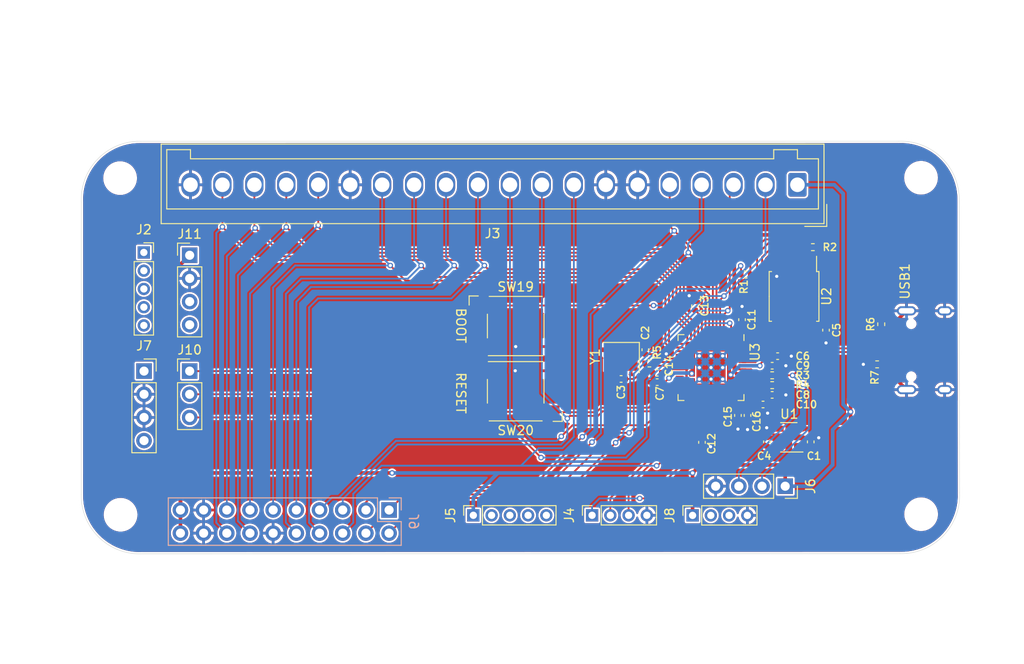
<source format=kicad_pcb>
(kicad_pcb (version 20211014) (generator pcbnew)
  (layers (0 "F.Cu" signal) (31 "B.Cu" signal) (34 "B.Paste" user) (35 "F.Paste" user) (36 "B.SilkS" user "B.Silkscreen") (37 "F.SilkS" user "F.Silkscreen") (38 "B.Mask" user) (39 "F.Mask" user) (44 "Edge.Cuts" user))
  (net 0 "")
  (net 1 "GND")
  (net 2 "+5V")
  (net 3 "D-")
  (net 4 "D+")
  (net 6 "LEFT")
  (net 7 "DOWN")
  (net 8 "RIGHT")
  (net 9 "UP")
  (net 10 "LS")
  (net 11 "1K")
  (net 12 "2K")
  (net 13 "3K")
  (net 14 "4K")
  (net 15 "1P")
  (net 16 "2P")
  (net 17 "3P")
  (net 18 "Net-(C3-Pad1)")
  (net 19 "+3V3")
  (net 20 "+1V1")
  (net 21 "Net-(R3-Pad2)")
  (net 22 "Net-(R4-Pad2)")
  (net 23 "Net-(R6-Pad1)")
  (net 24 "Net-(R7-Pad1)")
  (net 25 "XIN")
  (net 26 "XOUT")
  (net 27 "4P")
  (net 28 "RS")
  (net 29 "TURBO LED")
  (net 32 "SELECT")
  (net 33 "START")
  (net 34 "QSPI_SS")
  (net 35 "QSPI_SD3")
  (net 36 "QSPI_SCLK")
  (net 37 "QSPI_SD0")
  (net 38 "QSPI_SD2")
  (net 39 "QSPI_SD1")
  (net 40 "L3")
  (net 41 "R3")
  (net 42 "HOME")
  (net 43 "TP")
  (net 48 "TURBO")
  (net 49 "OLED SCL")
  (net 50 "OLED SDA")
  (net 63 "BOOT")
  (net 64 "RESET")
  (net 65 "RGB DATA")
  (footprint "Resistor_SMD:R_0402_1005Metric" (layer "F.Cu") (at 183 78.05 180)
    (fp_text reference "R7")
    (fp_text value "5.1k")
  )
  (footprint "Type-C:HRO-TYPE-C-31-M-12-Assembly" (layer "F.Cu") (at 193 76.5 90)
    (fp_text reference "USB1")
    (fp_text value "HRO-TYPE-C-31-M-12")
  )
  (footprint "Resistor_SMD:R_0402_1005Metric" (layer "F.Cu") (at 183.45 73.65 90)
    (fp_text reference "R6")
    (fp_text value "5.1k")
  )
  (footprint "Capacitor_SMD:C_0402_1005Metric" (layer "F.Cu") (at 175.725 86.55 90)
    (fp_text reference "C1")
    (fp_text value "1u")
  )
  (footprint "Capacitor_SMD:C_0402_1005Metric" (layer "F.Cu") (at 157.6 76.45 -90)
    (fp_text reference "C2")
    (fp_text value "30p")
  )
  (footprint "Capacitor_SMD:C_0402_1005Metric" (layer "F.Cu") (at 170.925 86.55 90)
    (fp_text reference "C4")
    (fp_text value "1u")
  )
  (footprint "Capacitor_SMD:C_0402_1005Metric" (layer "F.Cu") (at 177.4 74.3 -90)
    (fp_text reference "C5")
    (fp_text value "100n")
  )
  (footprint "Capacitor_SMD:C_0402_1005Metric" (layer "F.Cu") (at 172.1 77.15)
    (fp_text reference "C6")
    (fp_text value "100n")
  )
  (footprint "Capacitor_SMD:C_0402_1005Metric" (layer "F.Cu") (at 158.9 80 180)
    (fp_text reference "C7")
    (fp_text value "100n")
  )
  (footprint "Capacitor_SMD:C_0402_1005Metric" (layer "F.Cu") (at 171.5 81.4)
    (fp_text reference "C8")
    (fp_text value "1u")
  )
  (footprint "Capacitor_SMD:C_0402_1005Metric" (layer "F.Cu") (at 171.5 78.2)
    (fp_text reference "C9")
    (fp_text value "100n")
  )
  (footprint "Capacitor_SMD:C_0402_1005Metric" (layer "F.Cu") (at 170.5 82.45)
    (fp_text reference "C10")
    (fp_text value "1u")
  )
  (footprint "Capacitor_SMD:C_0402_1005Metric" (layer "F.Cu") (at 167.75 83.65 -90)
    (fp_text reference "C15")
    (fp_text value "100n")
  )
  (footprint "Capacitor_SMD:C_0402_1005Metric" (layer "F.Cu") (at 168.8 83.65 -90)
    (fp_text reference "C16")
    (fp_text value "100n")
  )
  (footprint "Resistor_SMD:R_0402_1005Metric" (layer "F.Cu") (at 168.6 68.2 180)
    (fp_text reference "R1")
    (fp_text value "1k")
  )
  (footprint "Resistor_SMD:R_0402_1005Metric" (layer "F.Cu") (at 175.96 65.2 180)
    (fp_text reference "R2")
    (fp_text value "10k")
  )
  (footprint "Resistor_SMD:R_0402_1005Metric" (layer "F.Cu") (at 171.5 80.33 180)
    (fp_text reference "R4")
    (fp_text value "27")
  )
  (footprint "Button_Switch_SMD:SW_SPST_Omron_B3FS-100xP" (layer "F.Cu") (at 143.4 73.85)
    (fp_text reference "SW19")
    (fp_text value "SW_Push")
  )
  (footprint "Package_TO_SOT_SMD:SOT-23-5" (layer "F.Cu") (at 173.325 86.05 180)
    (fp_text reference "U1")
    (fp_text value "TLV73333PDBV")
  )
  (footprint "Package_SO:SOIC-8_5.23x5.23mm_P1.27mm" (layer "F.Cu") (at 173.9 70.6 -90)
    (fp_text reference "U2")
    (fp_text value "W25Q128JVS")
  )
  (footprint "RP2040:RP2040-QFN-56" (layer "F.Cu") (at 164.8 78.4 -90)
    (fp_text reference "U3")
    (fp_text value "RP2040")
  )
  (footprint "Crystal:Crystal_SMD_3225-4Pin_3.2x2.5mm" (layer "F.Cu") (at 154.95 77.3 180)
    (fp_text reference "Y1")
    (fp_text value "Crystal_GND24")
  )
  (footprint "Resistor_SMD:R_0402_1005Metric" (layer "F.Cu") (at 171.5 79.25 180)
    (fp_text reference "R3")
    (fp_text value "27")
  )
  (footprint "Capacitor_SMD:C_0402_1005Metric" (layer "F.Cu") (at 154.95 79.65 180)
    (fp_text reference "C3")
    (fp_text value "30p")
  )
  (footprint "Button_Switch_SMD:SW_SPST_Omron_B3FS-100xP" (layer "F.Cu") (at 143.4 81 180)
    (fp_text reference "SW20")
    (fp_text value "SW_Push")
  )
  (footprint "Capacitor_SMD:C_0402_1005Metric" (layer "F.Cu") (at 163.05 71.63 90)
    (fp_text reference "C13")
    (fp_text value "100n")
  )
  (footprint "Capacitor_SMD:C_0402_1005Metric" (layer "F.Cu") (at 163.81 86.6 -90)
    (fp_text reference "C12")
    (fp_text value "100n")
  )
  (footprint "Resistor_SMD:R_0402_1005Metric" (layer "F.Cu") (at 158.05 77.95)
    (fp_text reference "R5")
    (fp_text value "1k")
  )
  (footprint "Capacitor_SMD:C_0402_1005Metric" (layer "F.Cu") (at 158.9 78.97 180)
    (fp_text reference "C14")
    (fp_text value "100n")
  )
  (footprint "Capacitor_SMD:C_0402_1005Metric" (layer "F.Cu") (at 168.2 73.15 90)
    (fp_text reference "C11")
    (fp_text value "100n")
  )
  (footprint "Connector_PinHeader_2.54mm:PinHeader_1x03_P2.54mm_Vertical" (layer "F.Cu") (at 107.68 78.79)
    (fp_text reference "J10")
    (fp_text value "Conn_01x02_Female")
  )
  (footprint "Connector_PinSocket_2.54mm:PinSocket_1x04_P2.54mm_Vertical" (layer "F.Cu") (at 172.93 91.41 -90)
    (fp_text reference "J6")
    (fp_text value "Conn_01x04_Female")
  )
  (footprint "Connector_PinSocket_2.54mm:PinSocket_1x04_P2.54mm_Vertical" (layer "F.Cu") (at 102.68 78.79)
    (fp_text reference "J7")
    (fp_text value "Conn_01x04_Female")
  )
  (footprint "Connector_Wago:Wago_734-150_1x20_P3.50mm_Vertical" (layer "F.Cu") (at 174.27 58.36 180)
    (fp_text reference "J3")
    (fp_text value "Screw_Terminal_01x20")
  )
  (footprint "Connector_PinSocket_2.00mm:PinSocket_1x05_P2.00mm_Vertical" (layer "F.Cu") (at 102.66 65.78)
    (fp_text reference "J2")
    (fp_text value "Conn_01x05_Female")
  )
  (footprint "MountingHole:MountingHole_3.2mm_M3" (layer "F.Cu") (at 100.11 94.54 -90)
    (fp_text reference "H4" hide)
    (fp_text value "MountingHole")
  )
  (footprint "Connector_PinSocket_2.00mm:PinSocket_1x04_P2.00mm_Vertical" (layer "F.Cu") (at 151.77 94.6 90)
    (fp_text reference "J4")
    (fp_text value "Conn_01x04_Female")
  )
  (footprint "Connector_PinHeader_2.54mm:PinHeader_1x04_P2.54mm_Vertical" (layer "F.Cu") (at 107.68 66.09)
    (fp_text reference "J11")
    (fp_text value "Conn_01x04_Female")
  )
  (footprint "MountingHole:MountingHole_3.2mm_M3" (layer "F.Cu") (at 100.06 57.63 -90)
    (fp_text reference "H3" hide)
    (fp_text value "MountingHole")
  )
  (footprint "MountingHole:MountingHole_3.2mm_M3" (layer "F.Cu") (at 187.81 57.59 -90)
    (fp_text reference "H1" hide)
    (fp_text value "MountingHole")
  )
  (footprint "MountingHole:MountingHole_3.2mm_M3" (layer "F.Cu") (at 187.82 94.48 -90)
    (fp_text reference "H2" hide)
    (fp_text value "MountingHole")
  )
  (footprint "Connector_PinSocket_2.00mm:PinSocket_1x05_P2.00mm_Vertical" (layer "F.Cu") (at 138.76 94.6 90)
    (fp_text reference "J5")
    (fp_text value "Conn_01x05_Female")
  )
  (footprint "Connector_PinSocket_2.00mm:PinSocket_1x04_P2.00mm_Vertical" (layer "F.Cu") (at 162.78 94.61 90)
    (fp_text reference "J8")
    (fp_text value "Conn_01x04_Female")
  )
  (footprint "Connector_PinSocket_2.54mm:PinSocket_2x10_P2.54mm_Vertical" (layer "B.Cu") (at 129.53 94.02 90)
    (fp_text reference "J9")
    (fp_text value "Conn_02x10_Odd_Even")
  )
  (gr_line (start 102.330015 53.595304) (end 185.314696 53.590015) (layer "Edge.Cuts") (width 0.05))
  (gr_line (start 185.51 98.8) (end 102.485304 98.819985) (layer "Edge.Cuts") (width 0.05))
  (gr_arc (start 192.03 92.12) (mid 190.220029 96.875307) (end 185.51 98.8) (layer "Edge.Cuts") (width 0.05))
  (gr_line (start 191.994696 60.110015) (end 192.03 92.12) (layer "Edge.Cuts") (width 0.05))
  (gr_arc (start 185.314696 53.590015) (mid 190.070001 55.399985) (end 191.994696 60.110015) (layer "Edge.Cuts") (width 0.05))
  (gr_arc (start 95.810015 60.275304) (mid 97.619985 55.519999) (end 102.330015 53.595304) (layer "Edge.Cuts") (width 0.05))
  (gr_line (start 95.805304 92.299985) (end 95.810015 60.275304) (layer "Edge.Cuts") (width 0.05))
  (gr_arc (start 102.485304 98.819985) (mid 97.729999 97.010015) (end 95.805304 92.299985) (layer "Edge.Cuts") (width 0.05))
  (gr_text "RESET" (at 137.4 81.2 270) (layer "F.SilkS") (effects (font (size 1 1))))
  (gr_text "BOOT" (at 137.4 73.8 270) (layer "F.SilkS") (effects (font (size 1 1))))
  (segment (start 185.305 73.275) (end 185.305 73.095) (width 0.381) (layer "F.Cu") (net 1))
  (segment (start 154.47 79.65) (end 153.509998 79.65) (width 0.2) (layer "F.Cu") (net 1))
  (segment (start 139.4 76.1) (end 143.4 76.1) (width 0.2) (layer "F.Cu") (net 1))
  (segment (start 171.995 68.395) (end 172 68.4) (width 0.2) (layer "F.Cu") (net 1))
  (segment (start 174.425 86.05) (end 170.945 86.05) (width 0.4) (layer "F.Cu") (net 1))
  (segment (start 143.4 76.1) (end 147.4 76.1) (width 0.2) (layer "F.Cu") (net 1))
  (segment (start 171.98 81.4) (end 173 81.4) (width 0.2) (layer "F.Cu") (net 1))
  (segment (start 177.4 74.78) (end 177.4 75.7) (width 0.2) (layer "F.Cu") (net 1))
  (segment (start 157.93 78.97) (end 157.45 79.45) (width 0.2) (layer "F.Cu") (net 1))
  (segment (start 161.3625 77.4) (end 160.4 77.4) (width 0.2) (layer "F.Cu") (net 1))
  (segment (start 171 83.4) (end 171 82.47) (width 0.2) (layer "F.Cu") (net 1))
  (segment (start 154.9 75.4) (end 153.85 76.45) (width 0.2) (layer "F.Cu") (net 1))
  (segment (start 157.6 75.97) (end 157.03 75.4) (width 0.2) (layer "F.Cu") (net 1))
  (segment (start 163.04 71.15) (end 163.05 71.15) (width 0.2) (layer "F.Cu") (net 1))
  (segment (start 163.81 87.08) (end 164.75 87.08) (width 0.2) (layer "F.Cu") (net 1))
  (segment (start 170.945 86.05) (end 170.925 86.07) (width 0.4) (layer "F.Cu") (net 1))
  (segment (start 158.47 75.97) (end 157.6 75.97) (width 0.2) (layer "F.Cu") (net 1))
  (segment (start 171.995 67) (end 171.995 68.395) (width 0.2) (layer "F.Cu") (net 1))
  (segment (start 153.95 76.45) (end 155.65 78.15) (width 0.2) (layer "F.Cu") (net 1))
  (segment (start 170.925 86.07) (end 170.9 86.045) (width 0.4) (layer "F.Cu") (net 1))
  (segment (start 171 82.47) (end 170.98 82.45) (width 0.2) (layer "F.Cu") (net 1))
  (segment (start 153.509998 79.65) (end 152.75 78.890002) (width 0.2) (layer "F.Cu") (net 1))
  (segment (start 182.49 78.05) (end 181.49 78.05) (width 0.2) (layer "F.Cu") (net 1))
  (segment (start 167.75 84.13) (end 167.75 85.15) (width 0.2) (layer "F.Cu") (net 1))
  (segment (start 175.725 86.07) (end 176.57 86.07) (width 0.4) (layer "F.Cu") (net 1))
  (segment (start 157.03 75.4) (end 154.9 75.4) (width 0.2) (layer "F.Cu") (net 1))
  (segment (start 152.75 78.890002) (end 152.75 76.65) (width 0.2) (layer "F.Cu") (net 1))
  (segment (start 159.4 76.9) (end 158.47 75.97) (width 0.2) (layer "F.Cu") (net 1))
  (segment (start 168.2 72.67) (end 168.2 71.7) (width 0.2) (layer "F.Cu") (net 1))
  (segment (start 185.305 79.905) (end 185.305 79.85) (width 0.381) (layer "F.Cu") (net 1))
  (segment (start 185.305 73.095) (end 186.22 72.18) (width 0.381) (layer "F.Cu") (net 1))
  (segment (start 158.42 80.93) (end 158.4 80.95) (width 0.2) (layer "F.Cu") (net 1))
  (segment (start 160.4 77.4) (end 159.9 76.9) (width 0.2) (layer "F.Cu") (net 1))
  (segment (start 152.95 76.45) (end 153.85 76.45) (width 0.2) (layer "F.Cu") (net 1))
  (segment (start 153.85 76.45) (end 153.95 76.45) (width 0.2) (layer "F.Cu") (net 1))
  (segment (start 155.65 78.15) (end 156.05 78.15) (width 0.2) (layer "F.Cu") (net 1))
  (segment (start 175.725 86.07) (end 174.445 86.07) (width 0.4) (layer "F.Cu") (net 1))
  (segment (start 174.445 86.07) (end 174.425 86.05) (width 0.4) (layer "F.Cu") (net 1))
  (segment (start 183.56 73.25) (end 183.45 73.14) (width 0.2) (layer "F.Cu") (net 1))
  (segment (start 152.75 76.65) (end 152.95 76.45) (width 0.2) (layer "F.Cu") (net 1))
  (segment (start 172.58 77.15) (end 173.6 77.15) (width 0.2) (layer "F.Cu") (net 1))
  (segment (start 176.57 86.07) (end 176.6 86.1) (width 0.4) (layer "F.Cu") (net 1))
  (segment (start 170.9 86.045) (end 170.9 85) (width 0.4) (layer "F.Cu") (net 1))
  (segment (start 158.42 78.97) (end 157.93 78.97) (width 0.2) (layer "F.Cu") (net 1))
  (segment (start 147.4 78.75) (end 143.35 78.75) (width 0.2) (layer "F.Cu") (net 1))
  (segment (start 162.41 70.52) (end 163.04 71.15) (width 0.2) (layer "F.Cu") (net 1))
  (segment (start 158.42 80) (end 158.42 80.93) (width 0.2) (layer "F.Cu") (net 1))
  (segment (start 168.8 84.13) (end 168.8 85.2) (width 0.2) (layer "F.Cu") (net 1))
  (segment (start 143.35 78.75) (end 139.4 78.75) (width 0.2) (layer "F.Cu") (net 1))
  (segment (start 159.9 76.9) (end 159.4 76.9) (width 0.2) (layer "F.Cu") (net 1))
  (segment (start 185.305 73.25) (end 183.56 73.25) (width 0.2) (layer "F.Cu") (net 1))
  (segment (start 171.98 78.2) (end 173 78.2) (width 0.2) (layer "F.Cu") (net 1))
  (segment (start 186.22 80.82) (end 185.305 79.905) (width 0.381) (layer "F.Cu") (net 1))
  (via (at 168.2 71.7) (size 0.6) (drill 0.35) (layers "F.Cu" "B.Cu") (net 1))
  (via (at 162.41 70.52) (size 0.6) (drill 0.35) (layers "F.Cu" "B.Cu") (net 1))
  (via (at 172 68.4) (size 0.6) (drill 0.35) (layers "F.Cu" "B.Cu") (net 1))
  (via (at 168.8 85.2) (size 0.6) (drill 0.35) (layers "F.Cu" "B.Cu") (net 1))
  (via (at 173 78.2) (size 0.6) (drill 0.35) (layers "F.Cu" "B.Cu") (net 1))
  (via (at 159.9 76.9) (size 0.6) (drill 0.35) (layers "F.Cu" "B.Cu") (net 1))
  (via (at 143.35 78.75) (size 0.6) (drill 0.35) (layers "F.Cu" "B.Cu") (net 1))
  (via (at 181.49 78.05) (size 0.6) (drill 0.35) (layers "F.Cu" "B.Cu") (net 1))
  (via (at 177.4 75.7) (size 0.6) (drill 0.35) (layers "F.Cu" "B.Cu") (net 1))
  (via (at 167.75 85.15) (size 0.6) (drill 0.35) (layers "F.Cu" "B.Cu") (net 1))
  (via (at 170.9 85) (size 0.6) (drill 0.35) (layers "F.Cu" "B.Cu") (net 1))
  (via (at 173.6 77.15) (size 0.6) (drill 0.35) (layers "F.Cu" "B.Cu") (net 1))
  (via (at 173 81.4) (size 0.6) (drill 0.35) (layers "F.Cu" "B.Cu") (net 1))
  (via (at 171 83.4) (size 0.6) (drill 0.35) (layers "F.Cu" "B.Cu") (net 1))
  (via (at 143.4 76.1) (size 0.6) (drill 0.35) (layers "F.Cu" "B.Cu") (net 1))
  (via (at 176.6 86.1) (size 0.6) (drill 0.35) (layers "F.Cu" "B.Cu") (net 1))
  (via (at 164.75 87.08) (size 0.6) (drill 0.35) (layers "F.Cu" "B.Cu") (net 1))
  (segment (start 108.08 89.96) (end 105.5 87.38) (width 0.4) (layer "F.Cu") (net 2))
  (segment (start 180.09 84.37) (end 179.36 85.1) (width 0.4) (layer "F.Cu") (net 2))
  (segment (start 129.86 89.96) (end 108.08 89.96) (width 0.4) (layer "F.Cu") (net 2))
  (segment (start 182.97 78.95) (end 185.305 78.95) (width 0.4) (layer "F.Cu") (net 2))
  (segment (start 185.974999 74.05) (end 185.974999 74.1) (width 0.4) (layer "F.Cu") (net 2))
  (segment (start 185.305 74.05) (end 185.974999 74.05) (width 0.4) (layer "F.Cu") (net 2))
  (segment (start 175.725 87.03) (end 174.455 87.03) (width 0.4) (layer "F.Cu") (net 2))
  (segment (start 177.43 87.03) (end 175.725 87.03) (width 0.4) (layer "F.Cu") (net 2))
  (segment (start 174.455 87.03) (end 174.425 87) (width 0.2) (layer "F.Cu") (net 2))
  (segment (start 186.05 78.95) (end 185.305 78.95) (width 0.4) (layer "F.Cu") (net 2))
  (segment (start 106.67 91.88) (end 106.67 94.02) (width 0.4) (layer "F.Cu") (net 2))
  (segment (start 187.1 77.9) (end 186.05 78.95) (width 0.4) (layer "F.Cu") (net 2))
  (segment (start 105.5 87.38) (end 105.5 68.27) (width 0.4) (layer "F.Cu") (net 2))
  (segment (start 106.67 91.37) (end 106.67 91.88) (width 0.4) (layer "F.Cu") (net 2))
  (segment (start 106.67 91.88) (end 106.67 96.56) (width 0.4) (layer "F.Cu") (net 2))
  (segment (start 186.13 74.1) (end 187.03 75) (width 0.4) (layer "F.Cu") (net 2))
  (segment (start 180.09 83.25) (end 180.09 81.83) (width 0.4) (layer "F.Cu") (net 2))
  (segment (start 172.08 89.08) (end 163.66 89.08) (width 0.4) (layer "F.Cu") (net 2))
  (segment (start 162.78 89.96) (end 162.78 94.61) (width 0.4) (layer "F.Cu") (net 2))
  (segment (start 180.09 83.25) (end 180.09 84.37) (width 0.4) (layer "F.Cu") (net 2))
  (segment (start 172.93 89.93) (end 172.08 89.08) (width 0.4) (layer "F.Cu") (net 2))
  (segment (start 185.974999 74.1) (end 186.13 74.1) (width 0.4) (layer "F.Cu") (net 2))
  (segment (start 163.66 89.08) (end 162.78 89.96) (width 0.4) (layer "F.Cu") (net 2))
  (segment (start 179.36 85.1) (end 174.425 85.1) (width 0.4) (layer "F.Cu") (net 2))
  (segment (start 187.03 75) (end 187.1 75) (width 0.4) (layer "F.Cu") (net 2))
  (segment (start 187.1 75) (end 187.1 77.9) (width 0.4) (layer "F.Cu") (net 2))
  (segment (start 172.93 91.41) (end 172.93 89.93) (width 0.4) (layer "F.Cu") (net 2))
  (segment (start 180.09 81.83) (end 182.97 78.95) (width 0.4) (layer "F.Cu") (net 2))
  (segment (start 180.09 84.37) (end 177.43 87.03) (width 0.4) (layer "F.Cu") (net 2))
  (segment (start 108.08 89.96) (end 106.67 91.37) (width 0.4) (layer "F.Cu") (net 2))
  (segment (start 105.5 68.27) (end 107.68 66.09) (width 0.4) (layer "F.Cu") (net 2))
  (via (at 162.78 89.96) (size 0.6) (drill 0.35) (layers "F.Cu" "B.Cu") (net 2))
  (via (at 180.09 83.25) (size 0.6) (drill 0.35) (layers "F.Cu" "B.Cu") (net 2))
  (via (at 129.86 89.96) (size 0.6) (drill 0.35) (layers "F.Cu" "B.Cu") (net 2))
  (segment (start 180.09 83.25) (end 179.28 82.44) (width 0.4) (layer "B.Cu") (net 2))
  (segment (start 141.45 89.96) (end 129.86 89.96) (width 0.4) (layer "B.Cu") (net 2))
  (segment (start 178.13 89.07) (end 175.79 91.41) (width 0.4) (layer "B.Cu") (net 2))
  (segment (start 179.28 59.33) (end 178.31 58.36) (width 0.4) (layer "B.Cu") (net 2))
  (segment (start 180.09 83.25) (end 178.13 85.21) (width 0.4) (layer "B.Cu") (net 2))
  (segment (start 179.28 82.44) (end 179.28 59.33) (width 0.4) (layer "B.Cu") (net 2))
  (segment (start 162.78 89.96) (end 141.45 89.96) (width 0.4) (layer "B.Cu") (net 2))
  (segment (start 178.13 85.21) (end 178.13 89.07) (width 0.4) (layer "B.Cu") (net 2))
  (segment (start 175.79 91.41) (end 172.93 91.41) (width 0.4) (layer "B.Cu") (net 2))
  (segment (start 138.76 92.65) (end 138.76 94.6) (width 0.4) (layer "B.Cu") (net 2))
  (segment (start 141.45 89.96) (end 138.76 92.65) (width 0.4) (layer "B.Cu") (net 2))
  (segment (start 178.31 58.36) (end 174.27 58.36) (width 0.4) (layer "B.Cu") (net 2))
  (segment (start 183.9 76.7) (end 183.9 76.760002) (width 0.2) (layer "F.Cu") (net 3))
  (segment (start 178.44 76.7) (end 183.9 76.7) (width 0.2) (layer "F.Cu") (net 3))
  (segment (start 174.88 80.26) (end 178.44 76.7) (width 0.2) (layer "F.Cu") (net 3))
  (segment (start 185.305 76.25) (end 184.35 76.25) (width 0.2) (layer "F.Cu") (net 3))
  (segment (start 184.35 76.25) (end 183.9 76.7) (width 0.2) (layer "F.Cu") (net 3))
  (segment (start 174.86 80.26) (end 174.79 80.33) (width 0.2) (layer "F.Cu") (net 3))
  (segment (start 184.389998 77.25) (end 185.305 77.25) (width 0.2) (layer "F.Cu") (net 3))
  (segment (start 183.9 76.760002) (end 184.389998 77.25) (width 0.2) (layer "F.Cu") (net 3))
  (segment (start 174.86 80.26) (end 174.88 80.26) (width 0.2) (layer "F.Cu") (net 3))
  (segment (start 174.79 80.33) (end 172.01 80.33) (width 0.2) (layer "F.Cu") (net 3))
  (via (at 174.86 80.26) (size 0.6) (drill 0.35) (layers "F.Cu" "B.Cu") (net 3))
  (segment (start 170.39 90.24) (end 170.39 91.41) (width 0.2) (layer "B.Cu") (net 3))
  (segment (start 175.53 85.1) (end 170.39 90.24) (width 0.2) (layer "B.Cu") (net 3))
  (segment (start 174.86 80.26) (end 175.53 80.93) (width 0.2) (layer "B.Cu") (net 3))
  (segment (start 175.53 80.93) (end 175.53 85.1) (width 0.2) (layer "B.Cu") (net 3))
  (segment (start 186.23 75.75) (end 186.449989 75.969989) (width 0.2) (layer "F.Cu") (net 4))
  (segment (start 173.74 79.26) (end 173.73 79.25) (width 0.2) (layer "F.Cu") (net 4))
  (segment (start 173.74 79.26) (end 173.78 79.26) (width 0.2) (layer "F.Cu") (net 4))
  (segment (start 173.78 79.26) (end 176.74 76.3) (width 0.2) (layer "F.Cu") (net 4))
  (segment (start 186.449989 76.530011) (end 186.23 76.75) (width 0.2) (layer "F.Cu") (net 4))
  (segment (start 176.74 76.3) (end 183.7 76.3) (width 0.2) (layer "F.Cu") (net 4))
  (segment (start 184.25 75.75) (end 185.305 75.75) (width 0.2) (layer "F.Cu") (net 4))
  (segment (start 183.7 76.3) (end 184.25 75.75) (width 0.2) (layer "F.Cu") (net 4))
  (segment (start 173.73 79.25) (end 172.01 79.25) (width 0.2) (layer "F.Cu") (net 4))
  (segment (start 186.23 76.75) (end 185.305 76.75) (width 0.2) (layer "F.Cu") (net 4))
  (segment (start 185.305 75.75) (end 186.23 75.75) (width 0.2) (layer "F.Cu") (net 4))
  (segment (start 186.449989 75.969989) (end 186.449989 76.530011) (width 0.2) (layer "F.Cu") (net 4))
  (via (at 173.74 79.26) (size 0.6) (drill 0.35) (layers "F.Cu" "B.Cu") (net 4))
  (segment (start 173.74 79.26) (end 174.25 79.77) (width 0.2) (layer "B.Cu") (net 4))
  (segment (start 174.25 83.44) (end 167.85 89.84) (width 0.2) (layer "B.Cu") (net 4))
  (segment (start 174.25 79.77) (end 174.25 83.44) (width 0.2) (layer "B.Cu") (net 4))
  (segment (start 167.85 89.84) (end 167.85 91.41) (width 0.2) (layer "B.Cu") (net 4))
  (segment (start 151.76 86.58) (end 146.43 91.91) (width 0.2) (layer "F.Cu") (net 6))
  (segment (start 128.25 95.3) (end 126.99 96.56) (width 0.2) (layer "F.Cu") (net 6))
  (segment (start 129.25 91.91) (end 128.25 92.91) (width 0.2) (layer "F.Cu") (net 6))
  (segment (start 146.43 91.91) (end 129.25 91.91) (width 0.2) (layer "F.Cu") (net 6))
  (segment (start 162.316089 65.793911) (end 165 68.477822) (width 0.2) (layer "F.Cu") (net 6))
  (segment (start 165 68.477822) (end 165 74.9625) (width 0.2) (layer "F.Cu") (net 6))
  (segment (start 128.25 92.91) (end 128.25 95.3) (width 0.2) (layer "F.Cu") (net 6))
  (via (at 162.316089 65.793911) (size 0.6) (drill 0.35) (layers "F.Cu" "B.Cu") (net 6))
  (via (at 151.76 86.58) (size 0.6) (drill 0.35) (layers "F.Cu" "B.Cu") (net 6))
  (segment (start 151.76 86.58) (end 152.74 85.6) (width 0.2) (layer "B.Cu") (net 6))
  (segment (start 162.29 65.767822) (end 162.29 64.81) (width 0.2) (layer "B.Cu") (net 6))
  (segment (start 162.316089 65.793911) (end 162.29 65.767822) (width 0.2) (layer "B.Cu") (net 6))
  (segment (start 152.74 75.37) (end 162.316089 65.793911) (width 0.2) (layer "B.Cu") (net 6))
  (segment (start 162.29 64.81) (end 163.77 63.33) (width 0.2) (layer "B.Cu") (net 6))
  (segment (start 152.74 85.6) (end 152.74 75.37) (width 0.2) (layer "B.Cu") (net 6))
  (segment (start 163.77 63.33) (end 163.77 58.36) (width 0.2) (layer "B.Cu") (net 6))
  (segment (start 165.8 70.98) (end 165.8 74.9625) (width 0.2) (layer "F.Cu") (net 7))
  (segment (start 154.35 86.6405) (end 154.3495 86.6405) (width 0.2) (layer "F.Cu") (net 7))
  (segment (start 133.38 92.71) (end 129.53 96.56) (width 0.2) (layer "F.Cu") (net 7))
  (segment (start 154.3495 86.6405) (end 148.28 92.71) (width 0.2) (layer "F.Cu") (net 7))
  (segment (start 166.22 70.56) (end 165.8 70.98) (width 0.2) (layer "F.Cu") (net 7))
  (segment (start 148.28 92.71) (end 133.38 92.71) (width 0.2) (layer "F.Cu") (net 7))
  (via (at 154.35 86.6405) (size 0.6) (drill 0.35) (layers "F.Cu" "B.Cu") (net 7))
  (via (at 166.22 70.56) (size 0.6) (drill 0.35) (layers "F.Cu" "B.Cu") (net 7))
  (segment (start 166.22 70.56) (end 170.77 66.01) (width 0.2) (layer "B.Cu") (net 7))
  (segment (start 164.284314 70.56) (end 166.22 70.56) (width 0.2) (layer "B.Cu") (net 7))
  (segment (start 155.21 85.311471) (end 155.94 84.581471) (width 0.2) (layer "B.Cu") (net 7))
  (segment (start 170.77 66.01) (end 170.77 58.36) (width 0.2) (layer "B.Cu") (net 7))
  (segment (start 155.21 85.7805) (end 155.21 85.311471) (width 0.2) (layer "B.Cu") (net 7))
  (segment (start 155.94 78.904314) (end 164.284314 70.56) (width 0.2) (layer "B.Cu") (net 7))
  (segment (start 154.35 86.6405) (end 155.21 85.7805) (width 0.2) (layer "B.Cu") (net 7))
  (segment (start 155.94 84.581471) (end 155.94 78.904314) (width 0.2) (layer "B.Cu") (net 7))
  (segment (start 165.4 74.9625) (end 165.4 68.03) (width 0.2) (layer "F.Cu") (net 8))
  (segment (start 165.4 68.03) (end 160.775 63.405) (width 0.2) (layer "F.Cu") (net 8))
  (segment (start 126.99 93.17) (end 126.99 94.02) (width 0.2) (layer "F.Cu") (net 8))
  (segment (start 150.7 85.99) (end 145.18 91.51) (width 0.2) (layer "F.Cu") (net 8))
  (segment (start 128.65 91.51) (end 126.99 93.17) (width 0.2) (layer "F.Cu") (net 8))
  (segment (start 160.27 62.9) (end 160.27 58.36) (width 0.2) (layer "F.Cu") (net 8))
  (segment (start 160.775 63.405) (end 160.27 62.9) (width 0.2) (layer "F.Cu") (net 8))
  (segment (start 145.18 91.51) (end 128.65 91.51) (width 0.2) (layer "F.Cu") (net 8))
  (via (at 150.7 85.99) (size 0.6) (drill 0.35) (layers "F.Cu" "B.Cu") (net 8))
  (via (at 160.775 63.405) (size 0.6) (drill 0.35) (layers "F.Cu" "B.Cu") (net 8))
  (segment (start 150.7 85.99) (end 151.61 85.08) (width 0.2) (layer "B.Cu") (net 8))
  (segment (start 151.61 72.57) (end 160.775 63.405) (width 0.2) (layer "B.Cu") (net 8))
  (segment (start 151.61 85.08) (end 151.61 72.57) (width 0.2) (layer "B.Cu") (net 8))
  (segment (start 166.64 72.16) (end 166.2 72.6) (width 0.2) (layer "F.Cu") (net 9))
  (segment (start 166.64 72.16) (end 166.85 71.95) (width 0.2) (layer "F.Cu") (net 9))
  (segment (start 166.85 71.95) (end 166.85 58.78) (width 0.2) (layer "F.Cu") (net 9))
  (segment (start 131.24 92.31) (end 129.53 94.02) (width 0.2) (layer "F.Cu") (net 9))
  (segment (start 166.85 58.78) (end 167.27 58.36) (width 0.2) (layer "F.Cu") (net 9))
  (segment (start 154.07 85.56) (end 147.32 92.31) (width 0.2) (layer "F.Cu") (net 9))
  (segment (start 147.32 92.31) (end 131.24 92.31) (width 0.2) (layer "F.Cu") (net 9))
  (segment (start 155.81 85.56) (end 154.07 85.56) (width 0.2) (layer "F.Cu") (net 9))
  (segment (start 166.2 72.6) (end 166.2 74.9625) (width 0.2) (layer "F.Cu") (net 9))
  (via (at 155.81 85.56) (size 0.6) (drill 0.35) (layers "F.Cu" "B.Cu") (net 9))
  (via (at 166.64 72.16) (size 0.6) (drill 0.35) (layers "F.Cu" "B.Cu") (net 9))
  (segment (start 156.34 79.07) (end 163.25 72.16) (width 0.2) (layer "B.Cu") (net 9))
  (segment (start 163.25 72.16) (end 166.64 72.16) (width 0.2) (layer "B.Cu") (net 9))
  (segment (start 156.34 85.03) (end 156.34 79.07) (width 0.2) (layer "B.Cu") (net 9))
  (segment (start 155.81 85.56) (end 156.34 85.03) (width 0.2) (layer "B.Cu") (net 9))
  (segment (start 121.77 62.81) (end 121.77 58.36) (width 0.2) (layer "F.Cu") (net 11))
  (segment (start 164.6 74.9625) (end 164.6 70.41) (width 0.2) (layer "F.Cu") (net 11))
  (segment (start 124.21 65.41) (end 121.77 62.97) (width 0.2) (layer "F.Cu") (net 11))
  (segment (start 164.6 70.41) (end 159.6 65.41) (width 0.2) (layer "F.Cu") (net 11))
  (segment (start 121.77 62.97) (end 121.77 62.81) (width 0.2) (layer "F.Cu") (net 11))
  (segment (start 159.6 65.41) (end 124.21 65.41) (width 0.2) (layer "F.Cu") (net 11))
  (via (at 121.77 62.81) (size 0.6) (drill 0.35) (layers "F.Cu" "B.Cu") (net 11))
  (segment (start 114.29 94.02) (end 114.29 70.29) (width 0.2) (layer "B.Cu") (net 11))
  (segment (start 114.29 70.29) (end 121.77 62.81) (width 0.2) (layer "B.Cu") (net 11))
  (segment (start 164.2 74.9625) (end 164.2 70.575686) (width 0.2) (layer "F.Cu") (net 12))
  (segment (start 164.2 70.575686) (end 159.434314 65.81) (width 0.2) (layer "F.Cu") (net 12))
  (segment (start 121.09 65.81) (end 118.27 62.99) (width 0.2) (layer "F.Cu") (net 12))
  (segment (start 159.434314 65.81) (end 121.09 65.81) (width 0.2) (layer "F.Cu") (net 12))
  (segment (start 118.27 62.99) (end 118.27 58.36) (width 0.2) (layer "F.Cu") (net 12))
  (via (at 118.27 62.99) (size 0.6) (drill 0.35) (layers "F.Cu" "B.Cu") (net 12))
  (segment (start 112.97 95.24) (end 112.97 68.29) (width 0.2) (layer "B.Cu") (net 12))
  (segment (start 112.97 68.29) (end 118.27 62.99) (width 0.2) (layer "B.Cu") (net 12))
  (segment (start 114.29 96.56) (end 112.97 95.24) (width 0.2) (layer "B.Cu") (net 12))
  (segment (start 161.82 68.761372) (end 159.268628 66.21) (width 0.2) (layer "F.Cu") (net 13))
  (segment (start 162.64 73.1) (end 162.637746 73.1) (width 0.2) (layer "F.Cu") (net 13))
  (segment (start 163.4 73.86) (end 162.64 73.1) (width 0.2) (layer "F.Cu") (net 13))
  (segment (start 161.81 70.271471) (end 161.82 70.261471) (width 0.2) (layer "F.Cu") (net 13))
  (segment (start 114.77 63.01) (end 114.77 58.36) (width 0.2) (layer "F.Cu") (net 13))
  (segment (start 161.81 72.272254) (end 161.81 70.271471) (width 0.2) (layer "F.Cu") (net 13))
  (segment (start 159.268628 66.21) (end 117.97 66.21) (width 0.2) (layer "F.Cu") (net 13))
  (segment (start 161.82 70.261471) (end 161.82 68.761372) (width 0.2) (layer "F.Cu") (net 13))
  (segment (start 163.4 74.9625) (end 163.4 73.86) (width 0.2) (layer "F.Cu") (net 13))
  (segment (start 162.637746 73.1) (end 161.81 72.272254) (width 0.2) (layer "F.Cu") (net 13))
  (segment (start 114.855 63.095) (end 114.77 63.01) (width 0.2) (layer "F.Cu") (net 13))
  (segment (start 117.97 66.21) (end 114.855 63.095) (width 0.2) (layer "F.Cu") (net 13))
  (via (at 114.855 63.095) (size 0.6) (drill 0.35) (layers "F.Cu" "B.Cu") (net 13))
  (segment (start 111.75 94.02) (end 111.75 66.2) (width 0.2) (layer "B.Cu") (net 13))
  (segment (start 111.75 66.2) (end 114.855 63.095) (width 0.2) (layer "B.Cu") (net 13))
  (segment (start 161.42 70.095786) (end 161.42 68.927058) (width 0.2) (layer "F.Cu") (net 14))
  (segment (start 111.27 62.99) (end 111.27 62.97) (width 0.2) (layer "F.Cu") (net 14))
  (segment (start 163 74.9625) (end 163 74.11) (width 0.2) (layer "F.Cu") (net 14))
  (segment (start 163 74.11) (end 161.41 72.52) (width 0.2) (layer "F.Cu") (net 14))
  (segment (start 161.42 68.927058) (end 159.102942 66.61) (width 0.2) (layer "F.Cu") (net 14))
  (segment (start 161.41 72.52) (end 161.41 70.105786) (width 0.2) (layer "F.Cu") (net 14))
  (segment (start 114.89 66.61) (end 111.27 62.99) (width 0.2) (layer "F.Cu") (net 14))
  (segment (start 111.27 62.97) (end 111.27 58.36) (width 0.2) (layer "F.Cu") (net 14))
  (segment (start 159.102942 66.61) (end 114.89 66.61) (width 0.2) (layer "F.Cu") (net 14))
  (segment (start 161.41 70.105786) (end 161.42 70.095786) (width 0.2) (layer "F.Cu") (net 14))
  (via (at 111.27 62.97) (size 0.6) (drill 0.35) (layers "F.Cu" "B.Cu") (net 14))
  (segment (start 110.6 95.41) (end 111.75 96.56) (width 0.2) (layer "B.Cu") (net 14))
  (segment (start 111.27 62.97) (end 110.6 63.64) (width 0.2) (layer "B.Cu") (net 14))
  (segment (start 110.6 63.64) (end 110.6 95.41) (width 0.2) (layer "B.Cu") (net 14))
  (segment (start 161.01 69.082744) (end 161.01 72.685685) (width 0.2) (layer "F.Cu") (net 15))
  (segment (start 140.3905 67.63) (end 159.557256 67.63) (width 0.2) (layer "F.Cu") (net 15))
  (segment (start 162.6 74.275686) (end 162.6 74.9625) (width 0.2) (layer "F.Cu") (net 15))
  (segment (start 139.97 67.2095) (end 140.3905 67.63) (width 0.2) (layer "F.Cu") (net 15))
  (segment (start 159.557256 67.63) (end 161.01 69.082744) (width 0.2) (layer "F.Cu") (net 15))
  (segment (start 161.01 72.685685) (end 162.6 74.275686) (width 0.2) (layer "F.Cu") (net 15))
  (via (at 139.97 67.2095) (size 0.6) (drill 0.35) (layers "F.Cu" "B.Cu") (net 15))
  (segment (start 121.91 96.56) (end 120.76 95.41) (width 0.2) (layer "B.Cu") (net 15))
  (segment (start 121.75 70.82) (end 136.3595 70.82) (width 0.2) (layer "B.Cu") (net 15))
  (segment (start 120.76 71.81) (end 121.75 70.82) (width 0.2) (layer "B.Cu") (net 15))
  (segment (start 120.76 95.41) (end 120.76 71.81) (width 0.2) (layer "B.Cu") (net 15))
  (segment (start 139.97 67.2095) (end 139.27 66.5095) (width 0.2) (layer "B.Cu") (net 15))
  (segment (start 136.3595 70.82) (end 139.97 67.2095) (width 0.2) (layer "B.Cu") (net 15))
  (segment (start 139.27 66.5095) (end 139.27 58.36) (width 0.2) (layer "B.Cu") (net 15))
  (segment (start 162.2 74.441372) (end 162.2 74.9625) (width 0.2) (layer "F.Cu") (net 16))
  (segment (start 137.4805 68.03) (end 159.39157 68.03) (width 0.2) (layer "F.Cu") (net 16))
  (segment (start 136.66 67.2095) (end 137.4805 68.03) (width 0.2) (layer "F.Cu") (net 16))
  (segment (start 159.39157 68.03) (end 160.61 69.24843) (width 0.2) (layer "F.Cu") (net 16))
  (segment (start 160.61 69.24843) (end 160.61 72.851371) (width 0.2) (layer "F.Cu") (net 16))
  (segment (start 160.61 72.851371) (end 162.2 74.441372) (width 0.2) (layer "F.Cu") (net 16))
  (via (at 136.66 67.2095) (size 0.6) (drill 0.35) (layers "F.Cu" "B.Cu") (net 16))
  (segment (start 136.66 67.2095) (end 135.77 66.3195) (width 0.2) (layer "B.Cu") (net 16))
  (segment (start 120.36 70.2) (end 120.36 70.174315) (width 0.2) (layer "B.Cu") (net 16))
  (segment (start 135.77 66.3195) (end 135.77 58.36) (width 0.2) (layer "B.Cu") (net 16))
  (segment (start 119.37 71.19) (end 120.36 70.2) (width 0.2) (layer "B.Cu") (net 16))
  (segment (start 120.36 70.174315) (end 120.964315 69.57) (width 0.2) (layer "B.Cu") (net 16))
  (segment (start 134.2995 69.57) (end 136.66 67.2095) (width 0.2) (layer "B.Cu") (net 16))
  (segment (start 120.964315 69.57) (end 134.2995 69.57) (width 0.2) (layer "B.Cu") (net 16))
  (segment (start 119.37 94.02) (end 119.37 71.19) (width 0.2) (layer "B.Cu") (net 16))
  (segment (start 159.265884 68.47) (end 160.2 69.404116) (width 0.2) (layer "F.Cu") (net 17))
  (segment (start 134.3005 68.47) (end 159.265884 68.47) (width 0.2) (layer "F.Cu") (net 17))
  (segment (start 160.43 75.8) (end 161.3625 75.8) (width 0.2) (layer "F.Cu") (net 17))
  (segment (start 160.2 75.57) (end 160.43 75.8) (width 0.2) (layer "F.Cu") (net 17))
  (segment (start 133.04 67.2095) (end 134.3005 68.47) (width 0.2) (layer "F.Cu") (net 17))
  (segment (start 160.2 69.404116) (end 160.2 75.57) (width 0.2) (layer "F.Cu") (net 17))
  (via (at 133.04 67.2095) (size 0.6) (drill 0.35) (layers "F.Cu" "B.Cu") (net 17))
  (segment (start 119.895686 68.65) (end 131.5995 68.65) (width 0.2) (layer "B.Cu") (net 17))
  (segment (start 131.5995 68.65) (end 133.04 67.2095) (width 0.2) (layer "B.Cu") (net 17))
  (segment (start 133.04 67.2095) (end 132.27 66.4395) (width 0.2) (layer "B.Cu") (net 17))
  (segment (start 118.22 95.41) (end 118.22 70.325686) (width 0.2) (layer "B.Cu") (net 17))
  (segment (start 132.27 66.4395) (end 132.27 58.36) (width 0.2) (layer "B.Cu") (net 17))
  (segment (start 119.37 96.56) (end 118.22 95.41) (width 0.2) (layer "B.Cu") (net 17))
  (segment (start 118.22 70.325686) (end 119.895686 68.65) (width 0.2) (layer "B.Cu") (net 17))
  (segment (start 155.43 79.58) (end 155.43 79.65) (width 0.2) (layer "F.Cu") (net 18))
  (segment (start 153.85 78.15) (end 154 78.15) (width 0.2) (layer "F.Cu") (net 18))
  (segment (start 156.390002 79.65) (end 155.43 79.65) (width 0.2) (layer "F.Cu") (net 18))
  (segment (start 157.54 77.95) (end 157.54 78.500002) (width 0.2) (layer "F.Cu") (net 18))
  (segment (start 154 78.15) (end 155.43 79.58) (width 0.2) (layer "F.Cu") (net 18))
  (segment (start 157.54 78.500002) (end 156.390002 79.65) (width 0.2) (layer "F.Cu") (net 18))
  (segment (start 167.4 81.8375) (end 167.4 81.05) (width 0.2) (layer "F.Cu") (net 19))
  (segment (start 163.8 74.9625) (end 163.8 75.5) (width 0.2) (layer "F.Cu") (net 19))
  (segment (start 163.8 81.8375) (end 163.8 81.305025) (width 0.2) (layer "F.Cu") (net 19))
  (segment (start 168.2375 79) (end 169.3 79) (width 0.2) (layer "F.Cu") (net 19))
  (segment (start 167.35 66.4) (end 169.9 63.85) (width 0.4) (layer "F.Cu") (net 19))
  (segment (start 168.2375 80.6) (end 167.6 80.6) (width 0.2) (layer "F.Cu") (net 19))
  (segment (start 170.02 82.45) (end 170.02 81.47) (width 0.2) (layer "F.Cu") (net 19))
  (segment (start 168.2375 78.6) (end 169.2 78.6) (width 0.2) (layer "F.Cu") (net 19))
  (segment (start 168.85 83.12) (end 168.8 83.17) (width 0.2) (layer "F.Cu") (net 19))
  (segment (start 167.4 81.05) (end 167.45 81) (width 0.2) (layer "F.Cu") (net 19))
  (segment (start 163.8 81.305025) (end 164.305025 80.8) (width 0.2) (layer "F.Cu") (net 19))
  (segment (start 170.882035 87.03) (end 170.02 86.167965) (width 0.4) (layer "F.Cu") (net 19))
  (segment (start 170.955 87) (end 170.925 87.03) (width 0.2) (layer "F.Cu") (net 19))
  (segment (start 167.4 81.8375) (end 167.4 82.82) (width 0.2) (layer "F.Cu") (net 19))
  (segment (start 167.4 74.9625) (end 167.4 75.75) (width 0.2) (layer "F.Cu") (net 19))
  (segment (start 159.9 79) (end 159.41 79) (width 0.2) (layer "F.Cu") (net 19))
  (segment (start 163.8 75.5) (end 163.8 75.65) (width 0.2) (layer "F.Cu") (net 19))
  (segment (start 169.9 63.85) (end 175.176604 63.85) (width 0.4) (layer "F.Cu") (net 19))
  (segment (start 168.2375 78.6) (end 167.5 78.6) (width 0.2) (layer "F.Cu") (net 19))
  (segment (start 167.6 80.6) (end 167.4 80.8) (width 0.2) (layer "F.Cu") (net 19))
  (segment (start 167.6 79) (end 167.55 78.95) (width 0.2) (layer "F.Cu") (net 19))
  (segment (start 161.3625 78.6) (end 160.3 78.6) (width 0.2) (layer "F.Cu") (net 19))
  (segment (start 170.925 87.03) (end 170.882035 87.03) (width 0.4) (layer "F.Cu") (net 19))
  (segment (start 159.41 79) (end 159.38 78.97) (width 0.2) (layer "F.Cu") (net 19))
  (segment (start 168.85 81.2) (end 168.85 83.12) (width 0.2) (layer "F.Cu") (net 19))
  (segment (start 167.7875 74.9625) (end 167.50001 74.9625) (width 0.4) (layer "F.Cu") (net 19))
  (segment (start 167.98 73.63) (end 167.35 73) (width 0.4) (layer "F.Cu") (net 19))
  (segment (start 170.02 81.47) (end 169.15 80.6) (width 0.2) (layer "F.Cu") (net 19))
  (segment (start 171.02 78.268004) (end 171.02 78.2) (width 0.2) (layer "F.Cu") (net 19))
  (segment (start 177.37 73.85) (end 176.155 73.85) (width 0.4) (layer "F.Cu") (net 19))
  (segment (start 177.4 66.073396) (end 177.4 73.82) (width 0.4) (layer "F.Cu") (net 19))
  (segment (start 168.2 73.63) (end 167.98 73.63) (width 0.4) (layer "F.Cu") (net 19))
  (segment (start 163.8 81.8375) (end 163.8 86.11) (width 0.2) (layer "F.Cu") (net 19))
  (segment (start 167.35 73) (end 167.35 66.4) (width 0.4) (layer "F.Cu") (net 19))
  (segment (start 169.2 78.6) (end 169.45 78.85) (width 0.2) (layer "F.Cu") (net 19))
  (segment (start 161.3625 78.6) (end 162.1 78.6) (width 0.2) (layer "F.Cu") (net 19))
  (segment (start 163.8 72.86) (end 163.05 72.11) (width 0.2) (layer "F.Cu") (net 19))
  (segment (start 170.02 86.167965) (end 170.02 82.45) (width 0.4) (layer "F.Cu") (net 19))
  (segment (start 164.305025 80.8) (end 167.4 80.8) (width 0.2) (layer "F.Cu") (net 19))
  (segment (start 167.4 82.82) (end 167.75 83.17) (width 0.2) (layer "F.Cu") (net 19))
  (segment (start 168.2 74.55) (end 167.7875 74.9625) (width 0.4) (layer "F.Cu") (net 19))
  (segment (start 167.45 81) (end 168.2375 81) (width 0.2) (layer "F.Cu") (net 19))
  (segment (start 176.155 73.85) (end 175.805 74.2) (width 0.4) (layer "F.Cu") (net 19))
  (segment (start 168.2 73.63) (end 168.2 74.55) (width 0.4) (layer "F.Cu") (net 19))
  (segment (start 170.438004 78.85) (end 171.02 78.268004) (width 0.2) (layer "F.Cu") (net 19))
  (segment (start 168.2375 81) (end 168.65 81) (width 0.2) (layer "F.Cu") (net 19))
  (segment (start 172.225 87) (end 170.955 87) (width 0.2) (layer "F.Cu") (net 19))
  (segment (start 169.45 78.85) (end 170.438004 78.85) (width 0.2) (layer "F.Cu") (net 19))
  (segment (start 163.8 74.9625) (end 163.8 72.86) (width 0.2) (layer "F.Cu") (net 19))
  (segment (start 160.3 78.6) (end 159.9 79) (width 0.2) (layer "F.Cu") (net 19))
  (segment (start 168.2375 79) (end 167.6 79) (width 0.2) (layer "F.Cu") (net 19))
  (segment (start 177.4 73.82) (end 177.37 73.85) (width 0.4) (layer "F.Cu") (net 19))
  (segment (start 169.3 79) (end 169.45 78.85) (width 0.2) (layer "F.Cu") (net 19))
  (segment (start 163.8 86.11) (end 163.81 86.12) (width 0.2) (layer "F.Cu") (net 19))
  (segment (start 169.15 80.6) (end 168.2375 80.6) (width 0.2) (layer "F.Cu") (net 19))
  (segment (start 168.65 81) (end 168.85 81.2) (width 0.2) (layer "F.Cu") (net 19))
  (segment (start 175.176604 63.85) (end 177.4 66.073396) (width 0.4) (layer "F.Cu") (net 19))
  (segment (start 159.75 80) (end 159.38 80) (width 0.2) (layer "F.Cu") (net 20))
  (segment (start 170.149999 78.050001) (end 170.149999 78.200001) (width 0.2) (layer "F.Cu") (net 20))
  (segment (start 169.35 80.2) (end 170.55 81.4) (width 0.2) (layer "F.Cu") (net 20))
  (segment (start 168.2375 80.2) (end 167.55 80.2) (width 0.2) (layer "F.Cu") (net 20))
  (segment (start 171.62 77.15) (end 171.05 77.15) (width 0.2) (layer "F.Cu") (net 20))
  (segment (start 170.55 81.4) (end 171.02 81.4) (width 0.2) (layer "F.Cu") (net 20))
  (segment (start 168.2375 78.2) (end 170.149998 78.2) (width 0.2) (layer "F.Cu") (net 20))
  (segment (start 168.2375 80.2) (end 169.35 80.2) (width 0.2) (layer "F.Cu") (net 20))
  (segment (start 171.05 77.15) (end 170.149999 78.050001) (width 0.2) (layer "F.Cu") (net 20))
  (segment (start 160.75 79) (end 160.2 79.55) (width 0.2) (layer "F.Cu") (net 20))
  (segment (start 167.55 80.2) (end 167.35 80) (width 0.2) (layer "F.Cu") (net 20))
  (segment (start 170.149998 78.2) (end 170.149999 78.200001) (width 0.2) (layer "F.Cu") (net 20))
  (segment (start 161.3625 79) (end 160.75 79) (width 0.2) (layer "F.Cu") (net 20))
  (segment (start 160.2 79.55) (end 159.75 80) (width 0.2) (layer "F.Cu") (net 20))
  (via (at 170.149999 78.200001) (size 0.6) (drill 0.35) (layers "F.Cu" "B.Cu") (net 20))
  (via (at 160.2 79.55) (size 0.6) (drill 0.35) (layers "F.Cu" "B.Cu") (net 20))
  (via (at 162.692271 79.0499) (size 0.6) (drill 0.35) (layers "F.Cu" "B.Cu") (net 20))
  (via (at 166.954945 79.2) (size 0.6) (drill 0.35) (layers "F.Cu" "B.Cu") (net 20))
  (segment (start 170.149999 78.200001) (end 167.954944 78.200001) (width 0.4) (layer "B.Cu") (net 20))
  (segment (start 162.692271 79.0499) (end 162.642371 79) (width 0.4) (layer "B.Cu") (net 20))
  (segment (start 162.642371 79) (end 160.75 79) (width 0.4) (layer "B.Cu") (net 20))
  (segment (start 160.75 79) (end 160.2 79.55) (width 0.4) (layer "B.Cu") (net 20))
  (segment (start 167.954944 78.200001) (end 166.954945 79.2) (width 0.4) (layer "B.Cu") (net 20))
  (segment (start 168.2375 79.4) (end 170.84 79.4) (width 0.2) (layer "F.Cu") (net 21))
  (segment (start 170.84 79.4) (end 170.99 79.25) (width 0.2) (layer "F.Cu") (net 21))
  (segment (start 168.2375 79.8) (end 169.855 79.8) (width 0.2) (layer "F.Cu") (net 22))
  (segment (start 170.385 80.33) (end 170.99 80.33) (width 0.2) (layer "F.Cu") (net 22))
  (segment (start 169.855 79.8) (end 170.385 80.33) (width 0.2) (layer "F.Cu") (net 22))
  (segment (start 184.04 74.75) (end 183.45 74.16) (width 0.2) (layer "F.Cu") (net 23))
  (segment (start 185.305 74.75) (end 184.04 74.75) (width 0.2) (layer "F.Cu") (net 23))
  (segment (start 183.81 77.75) (end 183.51 78.05) (width 0.2) (layer "F.Cu") (net 24))
  (segment (start 185.305 77.75) (end 183.81 77.75) (width 0.2) (layer "F.Cu") (net 24))
  (segment (start 157.6 76.93) (end 158.58 76.93) (width 0.2) (layer "F.Cu") (net 25))
  (segment (start 159.45 77.8) (end 161.3625 77.8) (width 0.2) (layer "F.Cu") (net 25))
  (segment (start 156.5 76.9) (end 157.57 76.9) (width 0.2) (layer "F.Cu") (net 25))
  (segment (start 157.57 76.9) (end 157.6 76.93) (width 0.2) (layer "F.Cu") (net 25))
  (segment (start 156.05 76.45) (end 156.5 76.9) (width 0.2) (layer "F.Cu") (net 25))
  (segment (start 158.58 76.93) (end 159.45 77.8) (width 0.2) (layer "F.Cu") (net 25))
  (segment (start 161.3625 78.2) (end 158.81 78.2) (width 0.2) (layer "F.Cu") (net 26))
  (segment (start 158.81 78.2) (end 158.56 77.95) (width 0.2) (layer "F.Cu") (net 26))
  (segment (start 159.8 75.735685) (end 160.264314 76.2) (width 0.2) (layer "F.Cu") (net 27))
  (segment (start 158.86 68.87) (end 159.8 69.81) (width 0.2) (layer "F.Cu") (net 27))
  (segment (start 129.66 67.2095) (end 131.3205 68.87) (width 0.2) (layer "F.Cu") (net 27))
  (segment (start 131.3205 68.87) (end 158.86 68.87) (width 0.2) (layer "F.Cu") (net 27))
  (segment (start 160.264314 76.2) (end 161.3625 76.2) (width 0.2) (layer "F.Cu") (net 27))
  (segment (start 159.8 69.81) (end 159.8 75.735685) (width 0.2) (layer "F.Cu") (net 27))
  (via (at 129.66 67.2095) (size 0.6) (drill 0.35) (layers "F.Cu" "B.Cu") (net 27))
  (segment (start 128.77 66.3195) (end 128.77 58.36) (width 0.2) (layer "B.Cu") (net 27))
  (segment (start 116.82 69.63) (end 116.82 94.01) (width 0.2) (layer "B.Cu") (net 27))
  (segment (start 129.66 67.2095) (end 119.2405 67.2095) (width 0.2) (layer "B.Cu") (net 27))
  (segment (start 129.66 67.2095) (end 128.77 66.3195) (width 0.2) (layer "B.Cu") (net 27))
  (segment (start 119.2405 67.2095) (end 116.82 69.63) (width 0.2) (layer "B.Cu") (net 27))
  (segment (start 116.82 94.01) (end 116.83 94.02) (width 0.2) (layer "B.Cu") (net 27))
  (segment (start 152.915686 83.2) (end 158.115685 83.2) (width 0.2) (layer "F.Cu") (net 32))
  (segment (start 149.34 83.7) (end 152.415685 83.7) (width 0.2) (layer "F.Cu") (net 32))
  (segment (start 149.06 83.98) (end 149.34 83.7) (width 0.2) (layer "F.Cu") (net 32))
  (segment (start 158.115685 83.2) (end 160.715686 80.6) (width 0.2) (layer "F.Cu") (net 32))
  (segment (start 152.415685 83.7) (end 152.915686 83.2) (width 0.2) (layer "F.Cu") (net 32))
  (segment (start 160.715686 80.6) (end 161.3625 80.6) (width 0.2) (layer "F.Cu") (net 32))
  (via (at 149.06 83.98) (size 0.6) (drill 0.35) (layers "F.Cu" "B.Cu") (net 32))
  (segment (start 146.27 81.19) (end 146.27 58.36) (width 0.2) (layer "B.Cu") (net 32))
  (segment (start 124.45 92.834314) (end 124.45 94.02) (width 0.2) (layer "B.Cu") (net 32))
  (segment (start 149.06 86.14) (end 148.36 86.84) (width 0.2) (layer "B.Cu") (net 32))
  (segment (start 149.06 83.98) (end 149.06 86.14) (width 0.2) (layer "B.Cu") (net 32))
  (segment (start 130.444314 86.84) (end 124.45 92.834314) (width 0.2) (layer "B.Cu") (net 32))
  (segment (start 148.36 86.84) (end 130.444314 86.84) (width 0.2) (layer "B.Cu") (net 32))
  (segment (start 149.06 83.98) (end 146.27 81.19) (width 0.2) (layer "B.Cu") (net 32))
  (segment (start 157.6325 84.73) (end 161.3625 81) (width 0.2) (layer "F.Cu") (net 33))
  (segment (start 149.622178 84.73) (end 157.6325 84.73) (width 0.2) (layer "F.Cu") (net 33))
  (segment (start 148.401089 85.951089) (end 149.622178 84.73) (width 0.2) (layer "F.Cu") (net 33))
  (via (at 148.401089 85.951089) (size 0.6) (drill 0.35) (layers "F.Cu" "B.Cu") (net 33))
  (segment (start 142.77 83.97) (end 142.77 79.018529) (width 0.2) (layer "B.Cu") (net 33))
  (segment (start 142.75 78.501471) (end 142.77 78.481471) (width 0.2) (layer "B.Cu") (net 33))
  (segment (start 142.77 79.018529) (end 142.75 78.998529) (width 0.2) (layer "B.Cu") (net 33))
  (segment (start 124.05 92.668628) (end 123.261372 92.668628) (width 0.2) (layer "B.Cu") (net 33))
  (segment (start 123.261372 92.668628) (end 121.91 94.02) (width 0.2) (layer "B.Cu") (net 33))
  (segment (start 130.278628 86.44) (end 124.05 92.668628) (width 0.2) (layer "B.Cu") (net 33))
  (segment (start 147.912178 86.44) (end 145.24 86.44) (width 0.2) (layer "B.Cu") (net 33))
  (segment (start 145.24 86.44) (end 142.77 83.97) (width 0.2) (layer "B.Cu") (net 33))
  (segment (start 148.401089 85.951089) (end 147.912178 86.44) (width 0.2) (layer "B.Cu") (net 33))
  (segment (start 147.912178 86.44) (end 130.278628 86.44) (width 0.2) (layer "B.Cu") (net 33))
  (segment (start 142.77 78.481471) (end 142.77 58.36) (width 0.2) (layer "B.Cu") (net 33))
  (segment (start 142.75 78.998529) (end 142.75 78.501471) (width 0.2) (layer "B.Cu") (net 33))
  (segment (start 169.11 75.34) (end 169.11 68.2) (width 0.2) (layer "F.Cu") (net 34))
  (segment (start 170.7 64.35) (end 174.7 64.35) (width 0.2) (layer "F.Cu") (net 34))
  (segment (start 174.7 64.35) (end 175.805 65.455) (width 0.2) (layer "F.Cu") (net 34))
  (segment (start 169.11 65.94) (end 170.7 64.35) (width 0.2) (layer "F.Cu") (net 34))
  (segment (start 168.65 75.8) (end 169.11 75.34) (width 0.2) (layer "F.Cu") (net 34))
  (segment (start 168.2375 75.8) (end 168.65 75.8) (width 0.2) (layer "F.Cu") (net 34))
  (segment (start 175.805 65.455) (end 175.805 67) (width 0.2) (layer "F.Cu") (net 34))
  (segment (start 169.11 68.2) (end 169.11 65.94) (width 0.2) (layer "F.Cu") (net 34))
  (segment (start 174.535 75.265) (end 173.34999 76.45001) (width 0.2) (layer "F.Cu") (net 35))
  (segment (start 169.6843 77.8) (end 168.2375 77.8) (width 0.2) (layer "F.Cu") (net 35))
  (segment (start 173.34999 76.45001) (end 171.03429 76.45001) (width 0.2) (layer "F.Cu") (net 35))
  (segment (start 174.535 74.2) (end 174.535 75.265) (width 0.2) (layer "F.Cu") (net 35))
  (segment (start 171.03429 76.45001) (end 169.6843 77.8) (width 0.2) (layer "F.Cu") (net 35))
  (segment (start 172.45 76.05) (end 173.265 75.235) (width 0.2) (layer "F.Cu") (net 36))
  (segment (start 169.5 77.4) (end 170.85 76.05) (width 0.2) (layer "F.Cu") (net 36))
  (segment (start 168.2375 77.4) (end 169.5 77.4) (width 0.2) (layer "F.Cu") (net 36))
  (segment (start 173.265 75.235) (end 173.265 74.2) (width 0.2) (layer "F.Cu") (net 36))
  (segment (start 170.85 76.05) (end 172.45 76.05) (width 0.2) (layer "F.Cu") (net 36))
  (segment (start 168.2375 77) (end 169.3 77) (width 0.2) (layer "F.Cu") (net 37))
  (segment (start 169.3 77) (end 170.650008 75.649992) (width 0.2) (layer "F.Cu") (net 37))
  (segment (start 171.6 75.65) (end 171.995 75.255) (width 0.2) (layer "F.Cu") (net 37))
  (segment (start 171.995 75.255) (end 171.995 74.2) (width 0.2) (layer "F.Cu") (net 37))
  (segment (start 171.599992 75.649992) (end 171.6 75.65) (width 0.2) (layer "F.Cu") (net 37))
  (segment (start 170.650008 75.649992) (end 171.599992 75.649992) (width 0.2) (layer "F.Cu") (net 37))
  (segment (start 170.4 66.3) (end 171.25 65.45) (width 0.2) (layer "F.Cu") (net 38))
  (segment (start 173.265 65.865) (end 173.265 67) (width 0.2) (layer "F.Cu") (net 38))
  (segment (start 172.85 65.45) (end 173.265 65.865) (width 0.2) (layer "F.Cu") (net 38))
  (segment (start 170.4 75.25) (end 170.4 66.3) (width 0.2) (layer "F.Cu") (net 38))
  (segment (start 171.25 65.45) (end 172.85 65.45) (width 0.2) (layer "F.Cu") (net 38))
  (segment (start 169.05 76.6) (end 170.4 75.25) (width 0.2) (layer "F.Cu") (net 38))
  (segment (start 168.2375 76.6) (end 169.05 76.6) (width 0.2) (layer "F.Cu") (net 38))
  (segment (start 174.535 65.885) (end 174.535 67) (width 0.2) (layer "F.Cu") (net 39))
  (segment (start 173.4 64.75) (end 174.535 65.885) (width 0.2) (layer "F.Cu") (net 39))
  (segment (start 168.85 76.2) (end 169.85 75.2) (width 0.2) (layer "F.Cu") (net 39))
  (segment (start 169.85 75.2) (end 169.85 66) (width 0.2) (layer "F.Cu") (net 39))
  (segment (start 171.1 64.75) (end 173.4 64.75) (width 0.2) (layer "F.Cu") (net 39))
  (segment (start 169.85 66) (end 171.1 64.75) (width 0.2) (layer "F.Cu") (net 39))
  (segment (start 168.2375 76.2) (end 168.85 76.2) (width 0.2) (layer "F.Cu") (net 39))
  (segment (start 153.77 92.71) (end 153.77 94.6) (width 0.2) (layer "F.Cu") (net 40))
  (segment (start 162.2 81.8375) (end 162.2 84.28) (width 0.2) (layer "F.Cu") (net 40))
  (segment (start 162.2 84.28) (end 153.77 92.71) (width 0.2) (layer "F.Cu") (net 40))
  (segment (start 162.6 84.56) (end 155.77 91.39) (width 0.2) (layer "F.Cu") (net 41))
  (segment (start 162.6 81.8375) (end 162.6 84.56) (width 0.2) (layer "F.Cu") (net 41))
  (segment (start 155.77 91.39) (end 155.77 94.6) (width 0.2) (layer "F.Cu") (net 41))
  (segment (start 158.926089 89.163911) (end 163 85.09) (width 0.2) (layer "F.Cu") (net 42))
  (segment (start 163 85.09) (end 163 81.8375) (width 0.2) (layer "F.Cu") (net 42))
  (segment (start 158.843911 89.163911) (end 158.926089 89.163911) (width 0.2) (layer "F.Cu") (net 42))
  (via (at 158.843911 89.163911) (size 0.6) (drill 0.35) (layers "F.Cu" "B.Cu") (net 42))
  (segment (start 125.6 92.25) (end 125.6 95.41) (width 0.2) (layer "B.Cu") (net 42))
  (segment (start 158.843911 89.163911) (end 143.976089 89.163911) (width 0.2) (layer "B.Cu") (net 42))
  (segment (start 148.525686 87.24) (end 149.77 85.995686) (width 0.2) (layer "B.Cu") (net 42))
  (segment (start 143.976089 89.163911) (end 145.9 87.24) (width 0.2) (layer "B.Cu") (net 42))
  (segment (start 151.61 89.16) (end 128.69 89.16) (width 0.2) (layer "B.Cu") (net 42))
  (segment (start 145.9 87.24) (end 148.525686 87.24) (width 0.2) (layer "B.Cu") (net 42))
  (segment (start 158.843911 89.163911) (end 158.84 89.16) (width 0.2) (layer "B.Cu") (net 42))
  (segment (start 125.6 95.41) (end 124.45 96.56) (width 0.2) (layer "B.Cu") (net 42))
  (segment (start 128.69 89.16) (end 125.6 92.25) (width 0.2) (layer "B.Cu") (net 42))
  (segment (start 149.77 85.995686) (end 149.77 58.36) (width 0.2) (layer "B.Cu") (net 42))
  (segment (start 156.99 92.75) (end 157.88 92.75) (width 0.2) (layer "F.Cu") (net 43))
  (segment (start 157.88 92.75) (end 163.2 87.43) (width 0.2) (layer "F.Cu") (net 43))
  (segment (start 163.4 85.597746) (end 163.4 81.8375) (width 0.2) (layer "F.Cu") (net 43))
  (segment (start 163.2 87.43) (end 163.2 85.797746) (width 0.2) (layer "F.Cu") (net 43))
  (segment (start 163.2 85.797746) (end 163.4 85.597746) (width 0.2) (layer "F.Cu") (net 43))
  (via (at 156.99 92.75) (size 0.6) (drill 0.35) (layers "F.Cu" "B.Cu") (net 43))
  (segment (start 152.58 92.75) (end 151.77 93.56) (width 0.2) (layer "B.Cu") (net 43))
  (segment (start 156.99 92.75) (end 152.58 92.75) (width 0.2) (layer "B.Cu") (net 43))
  (segment (start 151.77 93.56) (end 151.77 94.6) (width 0.2) (layer "B.Cu") (net 43))
  (segment (start 167 74.9625) (end 167 73.69) (width 0.2) (layer "F.Cu") (net 49))
  (segment (start 167 73.69) (end 166.85 73.54) (width 0.2) (layer "F.Cu") (net 49))
  (segment (start 138.23 85.31) (end 136.79 83.87) (width 0.2) (layer "F.Cu") (net 49))
  (segment (start 136.79 83.87) (end 107.68 83.87) (width 0.2) (layer "F.Cu") (net 49))
  (segment (start 143.22 85.31) (end 138.23 85.31) (width 0.2) (layer "F.Cu") (net 49))
  (segment (start 146.18 88.27) (end 143.22 85.31) (width 0.2) (layer "F.Cu") (net 49))
  (via (at 166.85 73.54) (size 0.6) (drill 0.35) (layers "F.Cu" "B.Cu") (net 49))
  (via (at 146.18 88.27) (size 0.6) (drill 0.35) (layers "F.Cu" "B.Cu") (net 49))
  (segment (start 164.108529 73.54) (end 157.76 79.888529) (width 0.2) (layer "B.Cu") (net 49))
  (segment (start 155.49 88.27) (end 146.18 88.27) (width 0.2) (layer "B.Cu") (net 49))
  (segment (start 157.76 79.888529) (end 157.76 86) (width 0.2) (layer "B.Cu") (net 49))
  (segment (start 166.85 73.54) (end 164.108529 73.54) (width 0.2) (layer "B.Cu") (net 49))
  (segment (start 157.76 86) (end 155.49 88.27) (width 0.2) (layer "B.Cu") (net 49))
  (segment (start 135.41 78.79) (end 137.53 76.67) (width 0.2) (layer "F.Cu") (net 63))
  (segment (start 168.09 68.2) (end 168.09 67.289974) (width 0.2) (layer "F.Cu") (net 63))
  (segment (start 168.09 67.289974) (end 168.05 67.249974) (width 0.2) (layer "F.Cu") (net 63))
  (segment (start 107.68 78.79) (end 135.41 78.79) (width 0.2) (layer "F.Cu") (net 63))
  (segment (start 147.4 71.6) (end 139.4 71.6) (width 0.2) (layer "F.Cu") (net 63))
  (segment (start 158.5 71.6) (end 147.4 71.6) (width 0.2) (layer "F.Cu") (net 63))
  (segment (start 137.53 73.47) (end 139.4 71.6) (width 0.2) (layer "F.Cu") (net 63))
  (segment (start 137.53 76.67) (end 137.53 73.47) (width 0.2) (layer "F.Cu") (net 63))
  (via (at 168.05 67.249974) (size 0.6) (drill 0.35) (layers "F.Cu" "B.Cu") (net 63))
  (via (at 158.5 71.6) (size 0.6) (drill 0.35) (layers "F.Cu" "B.Cu") (net 63))
  (segment (start 159.36 71.6) (end 160.28 70.68) (width 0.2) (layer "B.Cu") (net 63))
  (segment (start 160.28 70.68) (end 160.28 70.67) (width 0.2) (layer "B.Cu") (net 63))
  (segment (start 165.529974 69.77) (end 168.05 67.249974) (width 0.2) (layer "B.Cu") (net 63))
  (segment (start 160.28 70.67) (end 161.18 69.77) (width 0.2) (layer "B.Cu") (net 63))
  (segment (start 161.18 69.77) (end 165.529974 69.77) (width 0.2) (layer "B.Cu") (net 63))
  (segment (start 158.5 71.6) (end 159.36 71.6) (width 0.2) (layer "B.Cu") (net 63))
  (segment (start 137.48 81.33) (end 107.68 81.33) (width 0.2) (layer "F.Cu") (net 64))
  (segment (start 160.55 80.2) (end 157.95 82.8) (width 0.2) (layer "F.Cu") (net 64))
  (segment (start 139.4 83.25) (end 137.48 81.33) (width 0.2) (layer "F.Cu") (net 64))
  (segment (start 152.25 83.3) (end 147.45 83.3) (width 0.2) (layer "F.Cu") (net 64))
  (segment (start 147.4 83.25) (end 139.4 83.25) (width 0.2) (layer "F.Cu") (net 64))
  (segment (start 157.95 82.8) (end 152.75 82.8) (width 0.2) (layer "F.Cu") (net 64))
  (segment (start 161.3625 80.2) (end 160.55 80.2) (width 0.2) (layer "F.Cu") (net 64))
  (segment (start 152.75 82.8) (end 152.25 83.3) (width 0.2) (layer "F.Cu") (net 64))
  (segment (start 147.45 83.3) (end 147.4 83.25) (width 0.2) (layer "F.Cu") (net 64))
  (zone (net 19) (net_name "+3V3") (layer "F.Cu") (connect_pads (clearance 0.2)) (min_thickness 0.2) (fill yes (thermal_gap 0.3) (thermal_bridge_width 0.3))
    (polygon (pts (xy 167.3 87.8) (xy 167.3 80.45) (xy 169.125 80.45) (xy 170.675 82) (xy 172.3 82) (xy 172.3 87.8)))
  )
  (zone (net 2) (net_name "+5V") (layer "F.Cu") (connect_pads (clearance 0.2)) (min_thickness 0.2) (fill yes (thermal_gap 0.5) (thermal_bridge_width 0.5))
    (polygon (pts (xy 178.625 87.55) (xy 177.275 88.8) (xy 173.725 88.8) (xy 173.725 83.775) (xy 176.975 80.525) (xy 176.975 76.7) (xy 178.625 76.7)))
  )
  (zone (net 1) (net_name "GND") (layer "F.Cu") (connect_pads (clearance 0.2)) (min_thickness 0.254) (fill yes (thermal_gap 0.508) (thermal_bridge_width 0.508))
    (polygon (pts (xy 157.85 82.55) (xy 152.9 82.55) (xy 151.45 81.1) (xy 151.45 72.65) (xy 160.05 72.65) (xy 160.05 80.3)))
  )
  (zone (net 19) (net_name "+3V3") (layer "F.Cu") (connect_pads yes (clearance 0.15)) (min_thickness 0.15) (fill yes (thermal_gap 0.508) (thermal_bridge_width 0.508))
    (polygon (pts (xy 162 81.2) (xy 162 75.6) (xy 167.6 75.6) (xy 167.6 81.2)))
  )
  (zone (net 20) (net_name "+1V1") (layer "F.Cu") (priority 1) (connect_pads yes (clearance 0.15)) (min_thickness 0.15) (fill yes (thermal_gap 0.508) (thermal_bridge_width 0.508))
    (polygon (pts (xy 166.55 80.4) (xy 166.55 79.85) (xy 166.4 79.85) (xy 166.4 76.8) (xy 163.2 76.8) (xy 163.2 79.4) (xy 162.4 79.4) (xy 162.4 78.7) (xy 162.55 78.7) (xy 162.55 76.15) (xy 167 76.15) (xy 167 78.95) (xy 167.25 78.95) (xy 167.25 79.4) (xy 167.6 79.4) (xy 167.6 80.4)))
  )
  (zone (net 1) (net_name "GND") (layers F&B.Cu) (connect_pads (clearance 0.2)) (min_thickness 0.2) (fill yes (thermal_gap 0.3) (thermal_bridge_width 0.3))
    (polygon (pts (xy 199.1 110.9) (xy 198.6 38.1) (xy 86.9 38.1) (xy 86.9 110.9)))
  )
  (zone (net 1) (net_name "GND") (layer "F.Cu") (connect_pads (clearance 0.2)) (min_thickness 0.2) (fill yes (thermal_gap 0.3) (thermal_bridge_width 0.3))
    (polygon (pts (xy 185.3 82) (xy 185.3 71) (xy 192 71) (xy 192 82)))
  )
)
</source>
